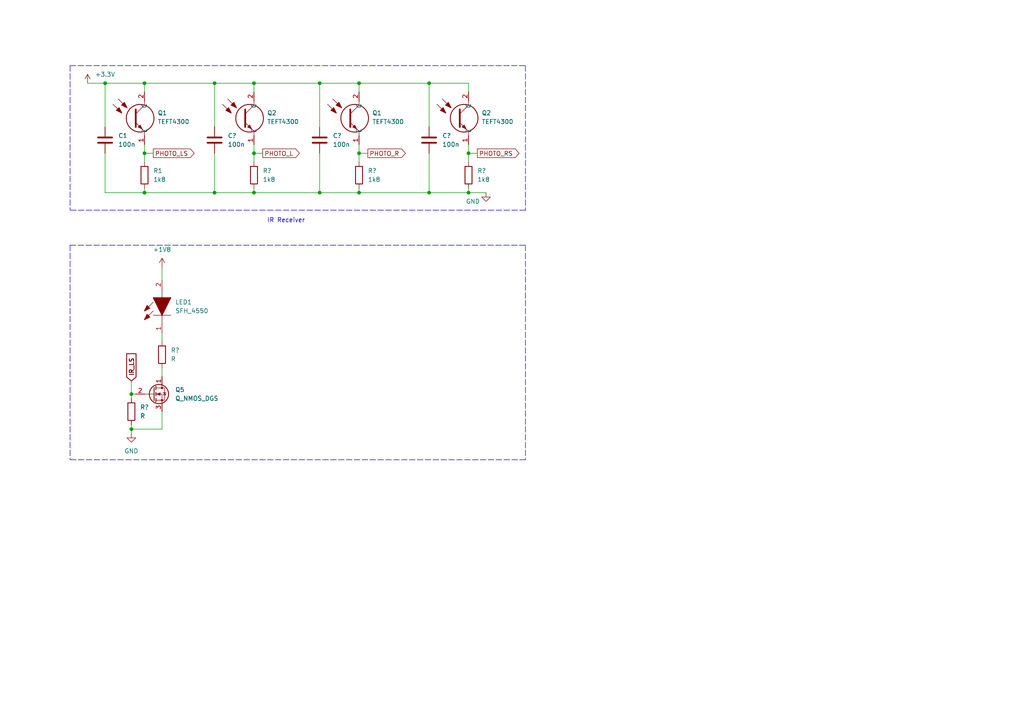
<source format=kicad_sch>
(kicad_sch (version 20211123) (generator eeschema)
  (paper "A4")
  (lib_symbols
    (symbol "Device:C" (pin_numbers hide) (pin_names (offset 0.254))
      (property "Reference" "C" (at 0.635 2.54 0))
      (property "Value" "C" (at 0.635 -2.54 0))
      (symbol "C_0_1"
        (polyline (pts (xy -2.032 -0.762) (xy 2.032 -0.762)) (stroke (width 0.508)))
        (polyline (pts (xy -2.032 0.762) (xy 2.032 0.762)) (stroke (width 0.508)))
      )
      (symbol "C_1_1"
        (pin passive line (at 0 3.81 270) (length 2.794) (name "~") (number "1"))
        (pin passive line (at 0 -3.81 90) (length 2.794) (name "~") (number "2"))
      )
    )
    (symbol "Device:Q_NMOS_DGS" (pin_names (offset 0) hide)
      (property "Reference" "Q" (at 5.08 1.27 0))
      (property "Value" "Q_NMOS_DGS" (at 5.08 -1.27 0))
      (symbol "Q_NMOS_DGS_0_1"
        (polyline (pts (xy 0.254 0) (xy -2.54 0)))
        (polyline (pts (xy 0.254 1.905) (xy 0.254 -1.905)) (stroke (width 0.254)))
        (polyline (pts (xy 0.762 -1.27) (xy 0.762 -2.286)) (stroke (width 0.254)))
        (polyline (pts (xy 0.762 0.508) (xy 0.762 -0.508)) (stroke (width 0.254)))
        (polyline (pts (xy 0.762 2.286) (xy 0.762 1.27)) (stroke (width 0.254)))
        (polyline (pts (xy 2.54 2.54) (xy 2.54 1.778)))
        (polyline (pts (xy 2.54 -2.54) (xy 2.54 0) (xy 0.762 0)))
        (polyline (pts (xy 0.762 -1.778) (xy 3.302 -1.778) (xy 3.302 1.778) (xy 0.762 1.778)))
        (polyline (pts (xy 1.016 0) (xy 2.032 0.381) (xy 2.032 -0.381) (xy 1.016 0)) (fill (type outline)))
        (polyline (pts (xy 2.794 0.508) (xy 2.921 0.381) (xy 3.683 0.381) (xy 3.81 0.254)))
        (polyline (pts (xy 3.302 0.381) (xy 2.921 -0.254) (xy 3.683 -0.254) (xy 3.302 0.381)))
        (circle (center 1.651 0) (radius 2.794) (stroke (width 0.254)))
        (circle (center 2.54 -1.778) (radius 0.254) (fill (type outline)))
        (circle (center 2.54 1.778) (radius 0.254) (fill (type outline)))
      )
      (symbol "Q_NMOS_DGS_1_1"
        (pin passive line (at 2.54 5.08 270) (length 2.54) (name "D") (number "1"))
        (pin input line (at -5.08 0 0) (length 2.54) (name "G") (number "2"))
        (pin passive line (at 2.54 -5.08 90) (length 2.54) (name "S") (number "3"))
      )
    )
    (symbol "Device:R" (pin_numbers hide) (pin_names (offset 0))
      (property "Reference" "R" (at 2.032 0 90))
      (property "Value" "R" (at 0 0 90))
      (symbol "R_0_1"
        (rectangle (start -1.016 -2.54) (end 1.016 2.54) (stroke (width 0.254)))
      )
      (symbol "R_1_1"
        (pin passive line (at 0 3.81 270) (length 1.27) (name "~") (number "1"))
        (pin passive line (at 0 -3.81 90) (length 1.27) (name "~") (number "2"))
      )
    )
    (symbol "SFH_4550:SFH_4550" (pin_names (offset 0.762))
      (property "Reference" "LED" (at 12.7 8.89 0))
      (property "Value" "SFH_4550" (at 12.7 6.35 0))
      (symbol "SFH_4550_0_0"
        (pin passive line (at 0 0 0) (length 2.54) (name "~") (number "1"))
        (pin passive line (at 15.24 0 180) (length 2.54) (name "~") (number "2"))
      )
      (symbol "SFH_4550_0_1"
        (polyline (pts (xy 2.54 0) (xy 5.08 0)) (stroke (width 0.1524)))
        (polyline (pts (xy 5.08 2.54) (xy 5.08 -2.54)) (stroke (width 0.1524)))
        (polyline (pts (xy 6.35 2.54) (xy 3.81 5.08)) (stroke (width 0.1524)))
        (polyline (pts (xy 8.89 2.54) (xy 6.35 5.08)) (stroke (width 0.1524)))
        (polyline (pts (xy 10.16 0) (xy 12.7 0)) (stroke (width 0.1524)))
        (polyline (pts (xy 5.08 0) (xy 10.16 2.54) (xy 10.16 -2.54) (xy 5.08 0)) (stroke (width 0.254)) (fill (type outline)))
        (polyline (pts (xy 5.334 4.318) (xy 4.572 3.556) (xy 3.81 5.08) (xy 5.334 4.318)) (stroke (width 0.254)) (fill (type outline)))
        (polyline (pts (xy 7.874 4.318) (xy 7.112 3.556) (xy 6.35 5.08) (xy 7.874 4.318)) (stroke (width 0.254)) (fill (type outline)))
      )
    )
    (symbol "TEFT4300:TEFT4300" (pin_names (offset 0.762))
      (property "Reference" "Q" (at 3.81 -6.35 0))
      (property "Value" "TEFT4300" (at 3.81 -8.89 0))
      (symbol "TEFT4300_0_0"
        (pin passive line (at 0 -15.24 90) (length 2.54) (name "E") (number "1"))
        (pin passive line (at 0 0 270) (length 2.54) (name "C") (number "2"))
      )
      (symbol "TEFT4300_0_1"
        (circle (center -1.27 -7.62) (radius 4.0132) (stroke (width 0.254)))
        (polyline (pts (xy -9.144 -3.556) (xy -6.604 -6.096)) (stroke (width 0.1524)))
        (polyline (pts (xy -7.62 -2.032) (xy -5.08 -4.572)) (stroke (width 0.1524)))
        (polyline (pts (xy -2.54 -8.89) (xy 0 -11.43)) (stroke (width 0.1524)))
        (polyline (pts (xy -2.54 -6.35) (xy 0 -3.81)) (stroke (width 0.1524)))
        (polyline (pts (xy -2.54 -5.08) (xy -2.54 -10.16)) (stroke (width 0.508)))
        (polyline (pts (xy 0 -11.43) (xy 0 -12.7)) (stroke (width 0.1524)))
        (polyline (pts (xy 0 -3.81) (xy 0 -2.54)) (stroke (width 0.1524)))
        (polyline (pts (xy -8.128 -5.334) (xy -7.366 -4.572) (xy -6.604 -6.096) (xy -8.128 -5.334)) (stroke (width 0.254)) (fill (type outline)))
        (polyline (pts (xy -6.604 -3.81) (xy -5.842 -3.048) (xy -5.08 -4.572) (xy -6.604 -3.81)) (stroke (width 0.254)) (fill (type outline)))
        (polyline (pts (xy -1.778 -10.16) (xy -1.27 -9.652) (xy -0.762 -10.668) (xy -1.778 -10.16)) (stroke (width 0.254)) (fill (type outline)))
      )
    )
    (symbol "power:+1V8" (power) (pin_names (offset 0))
      (property "Value" "+1V8" (at 0 3.556 0))
      (symbol "+1V8_0_1"
        (polyline (pts (xy -0.762 1.27) (xy 0 2.54)))
        (polyline (pts (xy 0 0) (xy 0 2.54)))
        (polyline (pts (xy 0 2.54) (xy 0.762 1.27)))
      )
      (symbol "+1V8_1_1"
        (pin power_in line (at 0 0 90) (length 0) hide (name "+1V8") (number "1"))
      )
    )
    (symbol "power:+3.3V" (power) (pin_names (offset 0))
      (property "Value" "+3.3V" (at 0 3.556 0))
      (symbol "+3.3V_0_1"
        (polyline (pts (xy -0.762 1.27) (xy 0 2.54)))
        (polyline (pts (xy 0 0) (xy 0 2.54)))
        (polyline (pts (xy 0 2.54) (xy 0.762 1.27)))
      )
      (symbol "+3.3V_1_1"
        (pin power_in line (at 0 0 90) (length 0) hide (name "+3.3V") (number "1"))
      )
    )
    (symbol "power:GND" (power) (pin_names (offset 0))
      (property "Value" "GND" (at 0 -3.81 0))
      (symbol "GND_0_1"
        (polyline (pts (xy 0 0) (xy 0 -1.27) (xy 1.27 -1.27) (xy 0 -2.54) (xy -1.27 -1.27) (xy 0 -1.27)))
      )
      (symbol "GND_1_1"
        (pin power_in line (at 0 0 270) (length 0) hide (name "GND") (number "1"))
      )
    )
  )
  (junction (at 62.23 55.88))
  (junction (at 38.1 124.46))
  (junction (at 41.91 44.45))
  (junction (at 30.48 24.13))
  (junction (at 73.66 55.88))
  (junction (at 124.46 55.88))
  (junction (at 135.89 55.88))
  (junction (at 41.91 24.13))
  (junction (at 38.1 114.3))
  (junction (at 73.66 24.13))
  (junction (at 104.14 24.13))
  (junction (at 62.23 24.13))
  (junction (at 92.71 24.13))
  (junction (at 73.66 44.45))
  (junction (at 92.71 55.88))
  (junction (at 124.46 24.13))
  (junction (at 104.14 44.45))
  (junction (at 41.91 55.88))
  (junction (at 135.89 44.45))
  (junction (at 104.14 55.88))
  (polyline (pts (xy 20.32 71.12) (xy 152.4 71.12)))
  (wire (pts (xy 73.66 54.61) (xy 73.66 55.88)))
  (wire (pts (xy 41.91 44.45) (xy 41.91 46.99)))
  (wire (pts (xy 92.71 36.83) (xy 92.71 24.13)))
  (polyline (pts (xy 152.4 19.05) (xy 152.4 60.96)))
  (wire (pts (xy 124.46 24.13) (xy 135.89 24.13)))
  (wire (pts (xy 62.23 36.83) (xy 62.23 24.13)))
  (wire (pts (xy 46.99 77.47) (xy 46.99 81.28)))
  (polyline (pts (xy 20.32 19.05) (xy 20.32 60.96)))
  (wire (pts (xy 38.1 114.3) (xy 38.1 115.57)))
  (wire (pts (xy 124.46 44.45) (xy 124.46 55.88)))
  (wire (pts (xy 46.99 119.38) (xy 46.99 124.46)))
  (polyline (pts (xy 152.4 60.96) (xy 20.32 60.96)))
  (polyline (pts (xy 20.32 19.05) (xy 152.4 19.05)))
  (wire (pts (xy 38.1 124.46) (xy 38.1 125.73)))
  (wire (pts (xy 104.14 24.13) (xy 104.14 26.67)))
  (wire (pts (xy 46.99 106.68) (xy 46.99 109.22)))
  (wire (pts (xy 92.71 44.45) (xy 92.71 55.88)))
  (wire (pts (xy 104.14 41.91) (xy 104.14 44.45)))
  (wire (pts (xy 73.66 44.45) (xy 73.66 46.99)))
  (wire (pts (xy 41.91 24.13) (xy 41.91 26.67)))
  (wire (pts (xy 73.66 24.13) (xy 92.71 24.13)))
  (wire (pts (xy 38.1 110.49) (xy 38.1 114.3)))
  (wire (pts (xy 104.14 44.45) (xy 106.68 44.45)))
  (wire (pts (xy 135.89 54.61) (xy 135.89 55.88)))
  (polyline (pts (xy 20.32 71.12) (xy 20.32 133.35)))
  (wire (pts (xy 104.14 44.45) (xy 104.14 46.99)))
  (wire (pts (xy 25.4 24.13) (xy 30.48 24.13)))
  (wire (pts (xy 124.46 36.83) (xy 124.46 24.13)))
  (wire (pts (xy 104.14 54.61) (xy 104.14 55.88)))
  (wire (pts (xy 41.91 44.45) (xy 44.45 44.45)))
  (polyline (pts (xy 152.4 71.12) (xy 152.4 133.35)))
  (wire (pts (xy 46.99 124.46) (xy 38.1 124.46)))
  (wire (pts (xy 104.14 55.88) (xy 124.46 55.88)))
  (wire (pts (xy 135.89 55.88) (xy 140.97 55.88)))
  (wire (pts (xy 92.71 55.88) (xy 104.14 55.88)))
  (wire (pts (xy 30.48 24.13) (xy 41.91 24.13)))
  (wire (pts (xy 30.48 55.88) (xy 41.91 55.88)))
  (wire (pts (xy 30.48 36.83) (xy 30.48 24.13)))
  (wire (pts (xy 73.66 41.91) (xy 73.66 44.45)))
  (wire (pts (xy 135.89 44.45) (xy 138.43 44.45)))
  (wire (pts (xy 41.91 41.91) (xy 41.91 44.45)))
  (wire (pts (xy 73.66 24.13) (xy 73.66 26.67)))
  (wire (pts (xy 38.1 123.19) (xy 38.1 124.46)))
  (wire (pts (xy 41.91 54.61) (xy 41.91 55.88)))
  (wire (pts (xy 46.99 96.52) (xy 46.99 99.06)))
  (polyline (pts (xy 152.4 133.35) (xy 20.32 133.35)))
  (wire (pts (xy 62.23 55.88) (xy 73.66 55.88)))
  (wire (pts (xy 73.66 55.88) (xy 92.71 55.88)))
  (wire (pts (xy 135.89 24.13) (xy 135.89 26.67)))
  (wire (pts (xy 41.91 24.13) (xy 62.23 24.13)))
  (wire (pts (xy 30.48 44.45) (xy 30.48 55.88)))
  (wire (pts (xy 124.46 55.88) (xy 135.89 55.88)))
  (wire (pts (xy 135.89 44.45) (xy 135.89 46.99)))
  (wire (pts (xy 104.14 24.13) (xy 124.46 24.13)))
  (wire (pts (xy 62.23 44.45) (xy 62.23 55.88)))
  (wire (pts (xy 41.91 55.88) (xy 62.23 55.88)))
  (wire (pts (xy 62.23 24.13) (xy 73.66 24.13)))
  (wire (pts (xy 135.89 41.91) (xy 135.89 44.45)))
  (wire (pts (xy 92.71 24.13) (xy 104.14 24.13)))
  (wire (pts (xy 73.66 44.45) (xy 76.2 44.45)))
  (wire (pts (xy 39.37 114.3) (xy 38.1 114.3)))
  (text "IR Receiver " (at 77.47 64.77 0) (effects (font (size 1.27 1.27)) (justify left bottom)))
  (global_label "PHOTO_RS" (shape output) (at 138.43 44.45 0) (property "Intersheet References" "${INTERSHEET_REFS}" (effects hide)))
  (global_label "PHOTO_L" (shape output) (at 76.2 44.45 0) (property "Intersheet References" "${INTERSHEET_REFS}" (effects hide)))
  (global_label "PHOTO_LS" (shape output) (at 44.45 44.45 0) (property "Intersheet References" "${INTERSHEET_REFS}" (effects hide)))
  (global_label "IR_LS" (shape input) (at 38.1 110.49 90) (effects (font bold)) (property "Intersheet References" "${INTERSHEET_REFS}" (effects hide)))
  (global_label "PHOTO_R" (shape output) (at 106.68 44.45 0) (property "Intersheet References" "${INTERSHEET_REFS}" (effects hide)))
  (symbol (lib_id "power:GND") (at 140.97 55.88 0) (unit 1)
    (property "Reference" "#PWR?" (effects hide))
    (property "Value" "GND" (at 137.16 58.42 0))
  )
  (symbol (lib_id "Device:R") (at 46.99 102.87 0) (unit 1)
    (property "Reference" "R?" (at 49.53 101.5999 0) (effects (justify left)))
    (property "Value" "R" (at 49.53 104.1399 0) (effects (justify left)))
  )
  (symbol (lib_id "SFH_4550:SFH_4550") (at 46.99 96.52 90) (unit 1)
    (property "Reference" "LED1" (at 50.8 87.6299 90) (effects (justify right)))
    (property "Value" "SFH_4550" (at 50.8 90.1699 90) (effects (justify right)))
    (property "Footprint" "SFH4550" (effects hide))
    (property "Datasheet" "https://datasheet.datasheetarchive.com/originals/distributors/DKDS41/DSANUWW0036919.pdf" (effects hide))
    (property "Description" "Infrared Emitters - High Power Infrared 850 nm HALF ANGLE +/-3DEG" (effects hide))
    (property "Height" "9" (effects hide))
    (property "Mouser Part Number" "720-SFH4550" (effects hide))
    (property "Mouser Price/Stock" "https://www.mouser.co.uk/ProductDetail/OSRAM-Opto-Semiconductors/SFH-4550?qs=K5ta8V%252BWhtavCsf0k%2FOizw%3D%3D" (effects hide))
    (property "Manufacturer_Name" "OSRAM" (effects hide))
    (property "Manufacturer_Part_Number" "SFH 4550" (effects hide))
  )
  (symbol (lib_id "Device:R") (at 73.66 50.8 0) (unit 1)
    (property "Reference" "R?" (at 76.2 49.5299 0) (effects (justify left)))
    (property "Value" "1k8" (at 76.2 52.0699 0) (effects (justify left)))
  )
  (symbol (lib_id "TEFT4300:TEFT4300") (at 135.89 26.67 0) (unit 1)
    (property "Reference" "Q2" (at 139.7 32.7659 0) (effects (justify left)))
    (property "Value" "TEFT4300" (at 139.7 35.3059 0) (effects (justify left)))
    (property "Footprint" "TEFT4300" (effects hide))
    (property "Datasheet" "https://datasheet.datasheetarchive.com/originals/distributors/Datasheets-310/86913.pdf" (effects hide))
    (property "Description" "Vishay TEFT4300 60  Infrared Phototransistor, Through-hole 3mm Package" (effects hide))
    (property "Height" "6.1" (effects hide))
    (property "Mouser Part Number" "782-TEFT4300" (effects hide))
    (property "Mouser Price/Stock" "https://www.mouser.co.uk/ProductDetail/Vishay-Semiconductors/TEFT4300?qs=HsFHTXumnCRbcrt8oPFPMA%3D%3D" (effects hide))
    (property "Manufacturer_Name" "Vishay" (effects hide))
    (property "Manufacturer_Part_Number" "TEFT4300" (effects hide))
  )
  (symbol (lib_id "TEFT4300:TEFT4300") (at 73.66 26.67 0) (unit 1)
    (property "Reference" "Q2" (at 77.47 32.7659 0) (effects (justify left)))
    (property "Value" "TEFT4300" (at 77.47 35.3059 0) (effects (justify left)))
    (property "Footprint" "TEFT4300" (effects hide))
    (property "Datasheet" "https://datasheet.datasheetarchive.com/originals/distributors/Datasheets-310/86913.pdf" (effects hide))
    (property "Description" "Vishay TEFT4300 60  Infrared Phototransistor, Through-hole 3mm Package" (effects hide))
    (property "Height" "6.1" (effects hide))
    (property "Mouser Part Number" "782-TEFT4300" (effects hide))
    (property "Mouser Price/Stock" "https://www.mouser.co.uk/ProductDetail/Vishay-Semiconductors/TEFT4300?qs=HsFHTXumnCRbcrt8oPFPMA%3D%3D" (effects hide))
    (property "Manufacturer_Name" "Vishay" (effects hide))
    (property "Manufacturer_Part_Number" "TEFT4300" (effects hide))
  )
  (symbol (lib_id "power:+1V8") (at 46.99 77.47 0) (unit 1)
    (property "Reference" "#PWR?" (effects hide))
    (property "Value" "+1V8" (at 46.99 72.39 0))
  )
  (symbol (lib_id "TEFT4300:TEFT4300") (at 41.91 26.67 0) (unit 1)
    (property "Reference" "Q1" (at 45.72 32.7659 0) (effects (justify left)))
    (property "Value" "TEFT4300" (at 45.72 35.3059 0) (effects (justify left)))
    (property "Footprint" "TEFT4300" (effects hide))
    (property "Datasheet" "https://datasheet.datasheetarchive.com/originals/distributors/Datasheets-310/86913.pdf" (effects hide))
    (property "Description" "Vishay TEFT4300 60  Infrared Phototransistor, Through-hole 3mm Package" (effects hide))
    (property "Height" "6.1" (effects hide))
    (property "Mouser Part Number" "782-TEFT4300" (effects hide))
    (property "Mouser Price/Stock" "https://www.mouser.co.uk/ProductDetail/Vishay-Semiconductors/TEFT4300?qs=HsFHTXumnCRbcrt8oPFPMA%3D%3D" (effects hide))
    (property "Manufacturer_Name" "Vishay" (effects hide))
    (property "Manufacturer_Part_Number" "TEFT4300" (effects hide))
  )
  (symbol (lib_id "Device:C") (at 62.23 40.64 0) (unit 1)
    (property "Reference" "C?" (at 66.04 39.37 0) (effects (justify left)))
    (property "Value" "100n" (at 66.04 41.91 0) (effects (justify left)))
  )
  (symbol (lib_id "TEFT4300:TEFT4300") (at 104.14 26.67 0) (unit 1)
    (property "Reference" "Q1" (at 107.95 32.7659 0) (effects (justify left)))
    (property "Value" "TEFT4300" (at 107.95 35.3059 0) (effects (justify left)))
    (property "Footprint" "TEFT4300" (effects hide))
    (property "Datasheet" "https://datasheet.datasheetarchive.com/originals/distributors/Datasheets-310/86913.pdf" (effects hide))
    (property "Description" "Vishay TEFT4300 60  Infrared Phototransistor, Through-hole 3mm Package" (effects hide))
    (property "Height" "6.1" (effects hide))
    (property "Mouser Part Number" "782-TEFT4300" (effects hide))
    (property "Mouser Price/Stock" "https://www.mouser.co.uk/ProductDetail/Vishay-Semiconductors/TEFT4300?qs=HsFHTXumnCRbcrt8oPFPMA%3D%3D" (effects hide))
    (property "Manufacturer_Name" "Vishay" (effects hide))
    (property "Manufacturer_Part_Number" "TEFT4300" (effects hide))
  )
  (symbol (lib_id "Device:R") (at 135.89 50.8 0) (unit 1)
    (property "Reference" "R?" (at 138.43 49.5299 0) (effects (justify left)))
    (property "Value" "1k8" (at 138.43 52.0699 0) (effects (justify left)))
  )
  (symbol (lib_id "Device:Q_NMOS_DGS") (at 44.45 114.3 0) (unit 1)
    (property "Reference" "Q5" (at 50.8 113.0299 0) (effects (justify left)))
    (property "Value" "Q_NMOS_DGS" (at 50.8 115.5699 0) (effects (justify left)))
  )
  (symbol (lib_id "Device:C") (at 30.48 40.64 0) (unit 1)
    (property "Reference" "C1" (at 34.29 39.3699 0) (effects (justify left)))
    (property "Value" "100n" (at 34.29 41.9099 0) (effects (justify left)))
  )
  (symbol (lib_id "Device:C") (at 92.71 40.64 0) (unit 1)
    (property "Reference" "C?" (at 96.52 39.3699 0) (effects (justify left)))
    (property "Value" "100n" (at 96.52 41.9099 0) (effects (justify left)))
  )
  (symbol (lib_id "Device:R") (at 41.91 50.8 0) (unit 1)
    (property "Reference" "R1" (at 44.45 49.5299 0) (effects (justify left)))
    (property "Value" "1k8" (at 44.45 52.0699 0) (effects (justify left)))
  )
  (symbol (lib_id "Device:R") (at 104.14 50.8 0) (unit 1)
    (property "Reference" "R?" (at 106.68 49.5299 0) (effects (justify left)))
    (property "Value" "1k8" (at 106.68 52.0699 0) (effects (justify left)))
  )
  (symbol (lib_id "power:GND") (at 38.1 125.73 0) (unit 1)
    (property "Reference" "#PWR?" (effects hide))
    (property "Value" "GND" (at 38.1 130.81 0))
  )
  (symbol (lib_id "Device:R") (at 38.1 119.38 180) (unit 1)
    (property "Reference" "R?" (at 40.64 118.1099 0) (effects (justify right)))
    (property "Value" "R" (at 40.64 120.6499 0) (effects (justify right)))
  )
  (symbol (lib_id "Device:C") (at 124.46 40.64 0) (unit 1)
    (property "Reference" "C?" (at 128.27 39.3699 0) (effects (justify left)))
    (property "Value" "100n" (at 128.27 41.9099 0) (effects (justify left)))
  )
  (symbol (lib_id "power:+3.3V") (at 25.4 24.13 0) (unit 1)
    (property "Reference" "#PWR?" (effects hide))
    (property "Value" "+3.3V" (at 30.48 21.59 0))
  )
)
</source>
